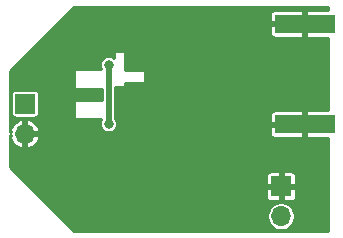
<source format=gbr>
G04 #@! TF.GenerationSoftware,KiCad,Pcbnew,(5.1.9)-1*
G04 #@! TF.CreationDate,2021-04-02T20:50:49-05:00*
G04 #@! TF.ProjectId,coax-probe,636f6178-2d70-4726-9f62-652e6b696361,rev?*
G04 #@! TF.SameCoordinates,Original*
G04 #@! TF.FileFunction,Copper,L2,Bot*
G04 #@! TF.FilePolarity,Positive*
%FSLAX46Y46*%
G04 Gerber Fmt 4.6, Leading zero omitted, Abs format (unit mm)*
G04 Created by KiCad (PCBNEW (5.1.9)-1) date 2021-04-02 20:50:49*
%MOMM*%
%LPD*%
G01*
G04 APERTURE LIST*
G04 #@! TA.AperFunction,SMDPad,CuDef*
%ADD10R,5.080000X1.500000*%
G04 #@! TD*
G04 #@! TA.AperFunction,ComponentPad*
%ADD11O,1.700000X1.700000*%
G04 #@! TD*
G04 #@! TA.AperFunction,ComponentPad*
%ADD12R,1.700000X1.700000*%
G04 #@! TD*
G04 #@! TA.AperFunction,ViaPad*
%ADD13C,0.600000*%
G04 #@! TD*
G04 #@! TA.AperFunction,ViaPad*
%ADD14C,0.800000*%
G04 #@! TD*
G04 #@! TA.AperFunction,Conductor*
%ADD15C,0.500000*%
G04 #@! TD*
G04 #@! TA.AperFunction,Conductor*
%ADD16C,0.254000*%
G04 #@! TD*
G04 #@! TA.AperFunction,Conductor*
%ADD17C,0.100000*%
G04 #@! TD*
G04 APERTURE END LIST*
D10*
X182500000Y-51950000D03*
X182500000Y-60450000D03*
D11*
X180500000Y-68240000D03*
D12*
X180500000Y-65700000D03*
D11*
X158800000Y-61240000D03*
D12*
X158800000Y-58700000D03*
D13*
X179400000Y-57100000D03*
X178500000Y-55300000D03*
X178500000Y-57100000D03*
X177700000Y-54600000D03*
X177500000Y-57100000D03*
X176700000Y-56400000D03*
X176900000Y-53900000D03*
X179400000Y-55300000D03*
X183400000Y-57600000D03*
X170400000Y-55700000D03*
X180100000Y-54800000D03*
X182300000Y-54800000D03*
X183400000Y-54800000D03*
X168400000Y-53700000D03*
X171300000Y-55700000D03*
D14*
X173825000Y-64800000D03*
X167965008Y-66434992D03*
D13*
X169500000Y-55700000D03*
X181200000Y-54800000D03*
X174000000Y-53900000D03*
X182300000Y-57600000D03*
D14*
X175100000Y-63900006D03*
D13*
X174900000Y-55700000D03*
X171300000Y-53900000D03*
X172200000Y-55700000D03*
X175900000Y-53900000D03*
X173100000Y-53900000D03*
X174900000Y-53900000D03*
X169500000Y-53900000D03*
X170400000Y-53900000D03*
D14*
X170000000Y-59400000D03*
D13*
X174000000Y-55700000D03*
X173100000Y-55700000D03*
X180100000Y-57600000D03*
X172200000Y-53900000D03*
D14*
X163600000Y-54400000D03*
D13*
X175900000Y-55700000D03*
X181200000Y-57600000D03*
D14*
X165899986Y-55400056D03*
X165900000Y-60420002D03*
D15*
X165899986Y-55400056D02*
X165899986Y-60419988D01*
D16*
X184473000Y-50771442D02*
X182733750Y-50773000D01*
X182627000Y-50879750D01*
X182627000Y-51823000D01*
X182647000Y-51823000D01*
X182647000Y-52077000D01*
X182627000Y-52077000D01*
X182627000Y-53020250D01*
X182733750Y-53127000D01*
X184473000Y-53128558D01*
X184473000Y-59271442D01*
X182733750Y-59273000D01*
X182627000Y-59379750D01*
X182627000Y-60323000D01*
X182647000Y-60323000D01*
X182647000Y-60577000D01*
X182627000Y-60577000D01*
X182627000Y-61520250D01*
X182733750Y-61627000D01*
X184473000Y-61628558D01*
X184473000Y-69473000D01*
X162952606Y-69473000D01*
X161603682Y-68124076D01*
X179323000Y-68124076D01*
X179323000Y-68355924D01*
X179368231Y-68583318D01*
X179456956Y-68797519D01*
X179585764Y-68990294D01*
X179749706Y-69154236D01*
X179942481Y-69283044D01*
X180156682Y-69371769D01*
X180384076Y-69417000D01*
X180615924Y-69417000D01*
X180843318Y-69371769D01*
X181057519Y-69283044D01*
X181250294Y-69154236D01*
X181414236Y-68990294D01*
X181543044Y-68797519D01*
X181631769Y-68583318D01*
X181677000Y-68355924D01*
X181677000Y-68124076D01*
X181631769Y-67896682D01*
X181543044Y-67682481D01*
X181414236Y-67489706D01*
X181250294Y-67325764D01*
X181057519Y-67196956D01*
X180843318Y-67108231D01*
X180615924Y-67063000D01*
X180384076Y-67063000D01*
X180156682Y-67108231D01*
X179942481Y-67196956D01*
X179749706Y-67325764D01*
X179585764Y-67489706D01*
X179456956Y-67682481D01*
X179368231Y-67896682D01*
X179323000Y-68124076D01*
X161603682Y-68124076D01*
X160029606Y-66550000D01*
X179220934Y-66550000D01*
X179229178Y-66633707D01*
X179253595Y-66714196D01*
X179293245Y-66788376D01*
X179346605Y-66853395D01*
X179411624Y-66906755D01*
X179485804Y-66946405D01*
X179566293Y-66970822D01*
X179650000Y-66979066D01*
X180266250Y-66977000D01*
X180373000Y-66870250D01*
X180373000Y-65827000D01*
X180627000Y-65827000D01*
X180627000Y-66870250D01*
X180733750Y-66977000D01*
X181350000Y-66979066D01*
X181433707Y-66970822D01*
X181514196Y-66946405D01*
X181588376Y-66906755D01*
X181653395Y-66853395D01*
X181706755Y-66788376D01*
X181746405Y-66714196D01*
X181770822Y-66633707D01*
X181779066Y-66550000D01*
X181777000Y-65933750D01*
X181670250Y-65827000D01*
X180627000Y-65827000D01*
X180373000Y-65827000D01*
X179329750Y-65827000D01*
X179223000Y-65933750D01*
X179220934Y-66550000D01*
X160029606Y-66550000D01*
X158329606Y-64850000D01*
X179220934Y-64850000D01*
X179223000Y-65466250D01*
X179329750Y-65573000D01*
X180373000Y-65573000D01*
X180373000Y-64529750D01*
X180627000Y-64529750D01*
X180627000Y-65573000D01*
X181670250Y-65573000D01*
X181777000Y-65466250D01*
X181779066Y-64850000D01*
X181770822Y-64766293D01*
X181746405Y-64685804D01*
X181706755Y-64611624D01*
X181653395Y-64546605D01*
X181588376Y-64493245D01*
X181514196Y-64453595D01*
X181433707Y-64429178D01*
X181350000Y-64420934D01*
X180733750Y-64423000D01*
X180627000Y-64529750D01*
X180373000Y-64529750D01*
X180266250Y-64423000D01*
X179650000Y-64420934D01*
X179566293Y-64429178D01*
X179485804Y-64453595D01*
X179411624Y-64493245D01*
X179346605Y-64546605D01*
X179293245Y-64611624D01*
X179253595Y-64685804D01*
X179229178Y-64766293D01*
X179220934Y-64850000D01*
X158329606Y-64850000D01*
X157527000Y-64047394D01*
X157527000Y-61367002D01*
X157636661Y-61367002D01*
X157564842Y-61564213D01*
X157592875Y-61656646D01*
X157697353Y-61884139D01*
X157844205Y-62086878D01*
X158027788Y-62257072D01*
X158241047Y-62388180D01*
X158475786Y-62475164D01*
X158673000Y-62403925D01*
X158673000Y-61367000D01*
X158927000Y-61367000D01*
X158927000Y-62403925D01*
X159124214Y-62475164D01*
X159358953Y-62388180D01*
X159572212Y-62257072D01*
X159755795Y-62086878D01*
X159902647Y-61884139D01*
X160007125Y-61656646D01*
X160035158Y-61564213D01*
X159963338Y-61367000D01*
X158927000Y-61367000D01*
X158673000Y-61367000D01*
X158653000Y-61367000D01*
X158653000Y-61200000D01*
X179530934Y-61200000D01*
X179539178Y-61283707D01*
X179563595Y-61364196D01*
X179603245Y-61438376D01*
X179656605Y-61503395D01*
X179721624Y-61556755D01*
X179795804Y-61596405D01*
X179876293Y-61620822D01*
X179960000Y-61629066D01*
X182266250Y-61627000D01*
X182373000Y-61520250D01*
X182373000Y-60577000D01*
X179639750Y-60577000D01*
X179533000Y-60683750D01*
X179530934Y-61200000D01*
X158653000Y-61200000D01*
X158653000Y-61113000D01*
X158673000Y-61113000D01*
X158673000Y-60076075D01*
X158927000Y-60076075D01*
X158927000Y-61113000D01*
X159963338Y-61113000D01*
X160035158Y-60915787D01*
X160007125Y-60823354D01*
X159902647Y-60595861D01*
X159755795Y-60393122D01*
X159572212Y-60222928D01*
X159358953Y-60091820D01*
X159124214Y-60004836D01*
X158927000Y-60076075D01*
X158673000Y-60076075D01*
X158475786Y-60004836D01*
X158241047Y-60091820D01*
X158027788Y-60222928D01*
X157844205Y-60393122D01*
X157697353Y-60595861D01*
X157592875Y-60823354D01*
X157564842Y-60915787D01*
X157636661Y-61112998D01*
X157527000Y-61112998D01*
X157527000Y-57850000D01*
X157621418Y-57850000D01*
X157621418Y-59550000D01*
X157627732Y-59614103D01*
X157646430Y-59675743D01*
X157676794Y-59732550D01*
X157717657Y-59782343D01*
X157767450Y-59823206D01*
X157824257Y-59853570D01*
X157885897Y-59872268D01*
X157950000Y-59878582D01*
X159650000Y-59878582D01*
X159714103Y-59872268D01*
X159775743Y-59853570D01*
X159832550Y-59823206D01*
X159882343Y-59782343D01*
X159923206Y-59732550D01*
X159953570Y-59675743D01*
X159972268Y-59614103D01*
X159978582Y-59550000D01*
X159978582Y-57850000D01*
X159972268Y-57785897D01*
X159953570Y-57724257D01*
X159923206Y-57667450D01*
X159882343Y-57617657D01*
X159832550Y-57576794D01*
X159775743Y-57546430D01*
X159714103Y-57527732D01*
X159650000Y-57521418D01*
X157950000Y-57521418D01*
X157885897Y-57527732D01*
X157824257Y-57546430D01*
X157767450Y-57576794D01*
X157717657Y-57617657D01*
X157676794Y-57667450D01*
X157646430Y-57724257D01*
X157627732Y-57785897D01*
X157621418Y-57850000D01*
X157527000Y-57850000D01*
X157527000Y-55952606D01*
X157579606Y-55900000D01*
X162973000Y-55900000D01*
X162973000Y-57300000D01*
X162975440Y-57324776D01*
X162982667Y-57348601D01*
X162994403Y-57370557D01*
X163010197Y-57389803D01*
X163029443Y-57405597D01*
X163051399Y-57417333D01*
X163075224Y-57424560D01*
X163100000Y-57427000D01*
X165322986Y-57427000D01*
X165322987Y-58373000D01*
X163100000Y-58373000D01*
X163075224Y-58375440D01*
X163051399Y-58382667D01*
X163029443Y-58394403D01*
X163010197Y-58410197D01*
X162994403Y-58429443D01*
X162982667Y-58451399D01*
X162975440Y-58475224D01*
X162973000Y-58500000D01*
X162973000Y-59900000D01*
X162975440Y-59924776D01*
X162982667Y-59948601D01*
X162994403Y-59970557D01*
X163010197Y-59989803D01*
X163029443Y-60005597D01*
X163051399Y-60017333D01*
X163075224Y-60024560D01*
X163100000Y-60027000D01*
X165288240Y-60027000D01*
X165255741Y-60075638D01*
X165200938Y-60207944D01*
X165173000Y-60348399D01*
X165173000Y-60491605D01*
X165200938Y-60632060D01*
X165255741Y-60764366D01*
X165335302Y-60883438D01*
X165436564Y-60984700D01*
X165555636Y-61064261D01*
X165687942Y-61119064D01*
X165828397Y-61147002D01*
X165971603Y-61147002D01*
X166112058Y-61119064D01*
X166244364Y-61064261D01*
X166363436Y-60984700D01*
X166464698Y-60883438D01*
X166544259Y-60764366D01*
X166599062Y-60632060D01*
X166627000Y-60491605D01*
X166627000Y-60348399D01*
X166599062Y-60207944D01*
X166544259Y-60075638D01*
X166476986Y-59974956D01*
X166476986Y-59700000D01*
X179530934Y-59700000D01*
X179533000Y-60216250D01*
X179639750Y-60323000D01*
X182373000Y-60323000D01*
X182373000Y-59379750D01*
X182266250Y-59273000D01*
X179960000Y-59270934D01*
X179876293Y-59279178D01*
X179795804Y-59303595D01*
X179721624Y-59343245D01*
X179656605Y-59396605D01*
X179603245Y-59461624D01*
X179563595Y-59535804D01*
X179539178Y-59616293D01*
X179530934Y-59700000D01*
X166476986Y-59700000D01*
X166476986Y-57324734D01*
X166500000Y-57327000D01*
X167200000Y-57327000D01*
X167224776Y-57324560D01*
X167248601Y-57317333D01*
X167270557Y-57305597D01*
X167289803Y-57289803D01*
X167305597Y-57270557D01*
X167317333Y-57248601D01*
X167324560Y-57224776D01*
X167327000Y-57200000D01*
X167327000Y-56927000D01*
X168900000Y-56927000D01*
X168924776Y-56924560D01*
X168948601Y-56917333D01*
X168970557Y-56905597D01*
X168989803Y-56889803D01*
X169005597Y-56870557D01*
X169017333Y-56848601D01*
X169024560Y-56824776D01*
X169027000Y-56800000D01*
X169027000Y-56000000D01*
X169024560Y-55975224D01*
X169017333Y-55951399D01*
X169005597Y-55929443D01*
X168989803Y-55910197D01*
X168970557Y-55894403D01*
X168948601Y-55882667D01*
X168924776Y-55875440D01*
X168900000Y-55873000D01*
X167327000Y-55873000D01*
X167327000Y-54400000D01*
X167324560Y-54375224D01*
X167317333Y-54351399D01*
X167305597Y-54329443D01*
X167289803Y-54310197D01*
X167270557Y-54294403D01*
X167248601Y-54282667D01*
X167224776Y-54275440D01*
X167200000Y-54273000D01*
X166500000Y-54273000D01*
X166475224Y-54275440D01*
X166451399Y-54282667D01*
X166429443Y-54294403D01*
X166410197Y-54310197D01*
X166394403Y-54329443D01*
X166382667Y-54351399D01*
X166375440Y-54375224D01*
X166373000Y-54400000D01*
X166373000Y-54844936D01*
X166363422Y-54835358D01*
X166244350Y-54755797D01*
X166112044Y-54700994D01*
X165971589Y-54673056D01*
X165828383Y-54673056D01*
X165687928Y-54700994D01*
X165555622Y-54755797D01*
X165436550Y-54835358D01*
X165335288Y-54936620D01*
X165255727Y-55055692D01*
X165200924Y-55187998D01*
X165172986Y-55328453D01*
X165172986Y-55471659D01*
X165200924Y-55612114D01*
X165255727Y-55744420D01*
X165274823Y-55773000D01*
X163100000Y-55773000D01*
X163075224Y-55775440D01*
X163051399Y-55782667D01*
X163029443Y-55794403D01*
X163010197Y-55810197D01*
X162994403Y-55829443D01*
X162982667Y-55851399D01*
X162975440Y-55875224D01*
X162973000Y-55900000D01*
X157579606Y-55900000D01*
X160779606Y-52700000D01*
X179530934Y-52700000D01*
X179539178Y-52783707D01*
X179563595Y-52864196D01*
X179603245Y-52938376D01*
X179656605Y-53003395D01*
X179721624Y-53056755D01*
X179795804Y-53096405D01*
X179876293Y-53120822D01*
X179960000Y-53129066D01*
X182266250Y-53127000D01*
X182373000Y-53020250D01*
X182373000Y-52077000D01*
X179639750Y-52077000D01*
X179533000Y-52183750D01*
X179530934Y-52700000D01*
X160779606Y-52700000D01*
X162279606Y-51200000D01*
X179530934Y-51200000D01*
X179533000Y-51716250D01*
X179639750Y-51823000D01*
X182373000Y-51823000D01*
X182373000Y-50879750D01*
X182266250Y-50773000D01*
X179960000Y-50770934D01*
X179876293Y-50779178D01*
X179795804Y-50803595D01*
X179721624Y-50843245D01*
X179656605Y-50896605D01*
X179603245Y-50961624D01*
X179563595Y-51035804D01*
X179539178Y-51116293D01*
X179530934Y-51200000D01*
X162279606Y-51200000D01*
X162952606Y-50527000D01*
X184473000Y-50527000D01*
X184473000Y-50771442D01*
G04 #@! TA.AperFunction,Conductor*
D17*
G36*
X184473000Y-50771442D02*
G01*
X182733750Y-50773000D01*
X182627000Y-50879750D01*
X182627000Y-51823000D01*
X182647000Y-51823000D01*
X182647000Y-52077000D01*
X182627000Y-52077000D01*
X182627000Y-53020250D01*
X182733750Y-53127000D01*
X184473000Y-53128558D01*
X184473000Y-59271442D01*
X182733750Y-59273000D01*
X182627000Y-59379750D01*
X182627000Y-60323000D01*
X182647000Y-60323000D01*
X182647000Y-60577000D01*
X182627000Y-60577000D01*
X182627000Y-61520250D01*
X182733750Y-61627000D01*
X184473000Y-61628558D01*
X184473000Y-69473000D01*
X162952606Y-69473000D01*
X161603682Y-68124076D01*
X179323000Y-68124076D01*
X179323000Y-68355924D01*
X179368231Y-68583318D01*
X179456956Y-68797519D01*
X179585764Y-68990294D01*
X179749706Y-69154236D01*
X179942481Y-69283044D01*
X180156682Y-69371769D01*
X180384076Y-69417000D01*
X180615924Y-69417000D01*
X180843318Y-69371769D01*
X181057519Y-69283044D01*
X181250294Y-69154236D01*
X181414236Y-68990294D01*
X181543044Y-68797519D01*
X181631769Y-68583318D01*
X181677000Y-68355924D01*
X181677000Y-68124076D01*
X181631769Y-67896682D01*
X181543044Y-67682481D01*
X181414236Y-67489706D01*
X181250294Y-67325764D01*
X181057519Y-67196956D01*
X180843318Y-67108231D01*
X180615924Y-67063000D01*
X180384076Y-67063000D01*
X180156682Y-67108231D01*
X179942481Y-67196956D01*
X179749706Y-67325764D01*
X179585764Y-67489706D01*
X179456956Y-67682481D01*
X179368231Y-67896682D01*
X179323000Y-68124076D01*
X161603682Y-68124076D01*
X160029606Y-66550000D01*
X179220934Y-66550000D01*
X179229178Y-66633707D01*
X179253595Y-66714196D01*
X179293245Y-66788376D01*
X179346605Y-66853395D01*
X179411624Y-66906755D01*
X179485804Y-66946405D01*
X179566293Y-66970822D01*
X179650000Y-66979066D01*
X180266250Y-66977000D01*
X180373000Y-66870250D01*
X180373000Y-65827000D01*
X180627000Y-65827000D01*
X180627000Y-66870250D01*
X180733750Y-66977000D01*
X181350000Y-66979066D01*
X181433707Y-66970822D01*
X181514196Y-66946405D01*
X181588376Y-66906755D01*
X181653395Y-66853395D01*
X181706755Y-66788376D01*
X181746405Y-66714196D01*
X181770822Y-66633707D01*
X181779066Y-66550000D01*
X181777000Y-65933750D01*
X181670250Y-65827000D01*
X180627000Y-65827000D01*
X180373000Y-65827000D01*
X179329750Y-65827000D01*
X179223000Y-65933750D01*
X179220934Y-66550000D01*
X160029606Y-66550000D01*
X158329606Y-64850000D01*
X179220934Y-64850000D01*
X179223000Y-65466250D01*
X179329750Y-65573000D01*
X180373000Y-65573000D01*
X180373000Y-64529750D01*
X180627000Y-64529750D01*
X180627000Y-65573000D01*
X181670250Y-65573000D01*
X181777000Y-65466250D01*
X181779066Y-64850000D01*
X181770822Y-64766293D01*
X181746405Y-64685804D01*
X181706755Y-64611624D01*
X181653395Y-64546605D01*
X181588376Y-64493245D01*
X181514196Y-64453595D01*
X181433707Y-64429178D01*
X181350000Y-64420934D01*
X180733750Y-64423000D01*
X180627000Y-64529750D01*
X180373000Y-64529750D01*
X180266250Y-64423000D01*
X179650000Y-64420934D01*
X179566293Y-64429178D01*
X179485804Y-64453595D01*
X179411624Y-64493245D01*
X179346605Y-64546605D01*
X179293245Y-64611624D01*
X179253595Y-64685804D01*
X179229178Y-64766293D01*
X179220934Y-64850000D01*
X158329606Y-64850000D01*
X157527000Y-64047394D01*
X157527000Y-61367002D01*
X157636661Y-61367002D01*
X157564842Y-61564213D01*
X157592875Y-61656646D01*
X157697353Y-61884139D01*
X157844205Y-62086878D01*
X158027788Y-62257072D01*
X158241047Y-62388180D01*
X158475786Y-62475164D01*
X158673000Y-62403925D01*
X158673000Y-61367000D01*
X158927000Y-61367000D01*
X158927000Y-62403925D01*
X159124214Y-62475164D01*
X159358953Y-62388180D01*
X159572212Y-62257072D01*
X159755795Y-62086878D01*
X159902647Y-61884139D01*
X160007125Y-61656646D01*
X160035158Y-61564213D01*
X159963338Y-61367000D01*
X158927000Y-61367000D01*
X158673000Y-61367000D01*
X158653000Y-61367000D01*
X158653000Y-61200000D01*
X179530934Y-61200000D01*
X179539178Y-61283707D01*
X179563595Y-61364196D01*
X179603245Y-61438376D01*
X179656605Y-61503395D01*
X179721624Y-61556755D01*
X179795804Y-61596405D01*
X179876293Y-61620822D01*
X179960000Y-61629066D01*
X182266250Y-61627000D01*
X182373000Y-61520250D01*
X182373000Y-60577000D01*
X179639750Y-60577000D01*
X179533000Y-60683750D01*
X179530934Y-61200000D01*
X158653000Y-61200000D01*
X158653000Y-61113000D01*
X158673000Y-61113000D01*
X158673000Y-60076075D01*
X158927000Y-60076075D01*
X158927000Y-61113000D01*
X159963338Y-61113000D01*
X160035158Y-60915787D01*
X160007125Y-60823354D01*
X159902647Y-60595861D01*
X159755795Y-60393122D01*
X159572212Y-60222928D01*
X159358953Y-60091820D01*
X159124214Y-60004836D01*
X158927000Y-60076075D01*
X158673000Y-60076075D01*
X158475786Y-60004836D01*
X158241047Y-60091820D01*
X158027788Y-60222928D01*
X157844205Y-60393122D01*
X157697353Y-60595861D01*
X157592875Y-60823354D01*
X157564842Y-60915787D01*
X157636661Y-61112998D01*
X157527000Y-61112998D01*
X157527000Y-57850000D01*
X157621418Y-57850000D01*
X157621418Y-59550000D01*
X157627732Y-59614103D01*
X157646430Y-59675743D01*
X157676794Y-59732550D01*
X157717657Y-59782343D01*
X157767450Y-59823206D01*
X157824257Y-59853570D01*
X157885897Y-59872268D01*
X157950000Y-59878582D01*
X159650000Y-59878582D01*
X159714103Y-59872268D01*
X159775743Y-59853570D01*
X159832550Y-59823206D01*
X159882343Y-59782343D01*
X159923206Y-59732550D01*
X159953570Y-59675743D01*
X159972268Y-59614103D01*
X159978582Y-59550000D01*
X159978582Y-57850000D01*
X159972268Y-57785897D01*
X159953570Y-57724257D01*
X159923206Y-57667450D01*
X159882343Y-57617657D01*
X159832550Y-57576794D01*
X159775743Y-57546430D01*
X159714103Y-57527732D01*
X159650000Y-57521418D01*
X157950000Y-57521418D01*
X157885897Y-57527732D01*
X157824257Y-57546430D01*
X157767450Y-57576794D01*
X157717657Y-57617657D01*
X157676794Y-57667450D01*
X157646430Y-57724257D01*
X157627732Y-57785897D01*
X157621418Y-57850000D01*
X157527000Y-57850000D01*
X157527000Y-55952606D01*
X157579606Y-55900000D01*
X162973000Y-55900000D01*
X162973000Y-57300000D01*
X162975440Y-57324776D01*
X162982667Y-57348601D01*
X162994403Y-57370557D01*
X163010197Y-57389803D01*
X163029443Y-57405597D01*
X163051399Y-57417333D01*
X163075224Y-57424560D01*
X163100000Y-57427000D01*
X165322986Y-57427000D01*
X165322987Y-58373000D01*
X163100000Y-58373000D01*
X163075224Y-58375440D01*
X163051399Y-58382667D01*
X163029443Y-58394403D01*
X163010197Y-58410197D01*
X162994403Y-58429443D01*
X162982667Y-58451399D01*
X162975440Y-58475224D01*
X162973000Y-58500000D01*
X162973000Y-59900000D01*
X162975440Y-59924776D01*
X162982667Y-59948601D01*
X162994403Y-59970557D01*
X163010197Y-59989803D01*
X163029443Y-60005597D01*
X163051399Y-60017333D01*
X163075224Y-60024560D01*
X163100000Y-60027000D01*
X165288240Y-60027000D01*
X165255741Y-60075638D01*
X165200938Y-60207944D01*
X165173000Y-60348399D01*
X165173000Y-60491605D01*
X165200938Y-60632060D01*
X165255741Y-60764366D01*
X165335302Y-60883438D01*
X165436564Y-60984700D01*
X165555636Y-61064261D01*
X165687942Y-61119064D01*
X165828397Y-61147002D01*
X165971603Y-61147002D01*
X166112058Y-61119064D01*
X166244364Y-61064261D01*
X166363436Y-60984700D01*
X166464698Y-60883438D01*
X166544259Y-60764366D01*
X166599062Y-60632060D01*
X166627000Y-60491605D01*
X166627000Y-60348399D01*
X166599062Y-60207944D01*
X166544259Y-60075638D01*
X166476986Y-59974956D01*
X166476986Y-59700000D01*
X179530934Y-59700000D01*
X179533000Y-60216250D01*
X179639750Y-60323000D01*
X182373000Y-60323000D01*
X182373000Y-59379750D01*
X182266250Y-59273000D01*
X179960000Y-59270934D01*
X179876293Y-59279178D01*
X179795804Y-59303595D01*
X179721624Y-59343245D01*
X179656605Y-59396605D01*
X179603245Y-59461624D01*
X179563595Y-59535804D01*
X179539178Y-59616293D01*
X179530934Y-59700000D01*
X166476986Y-59700000D01*
X166476986Y-57324734D01*
X166500000Y-57327000D01*
X167200000Y-57327000D01*
X167224776Y-57324560D01*
X167248601Y-57317333D01*
X167270557Y-57305597D01*
X167289803Y-57289803D01*
X167305597Y-57270557D01*
X167317333Y-57248601D01*
X167324560Y-57224776D01*
X167327000Y-57200000D01*
X167327000Y-56927000D01*
X168900000Y-56927000D01*
X168924776Y-56924560D01*
X168948601Y-56917333D01*
X168970557Y-56905597D01*
X168989803Y-56889803D01*
X169005597Y-56870557D01*
X169017333Y-56848601D01*
X169024560Y-56824776D01*
X169027000Y-56800000D01*
X169027000Y-56000000D01*
X169024560Y-55975224D01*
X169017333Y-55951399D01*
X169005597Y-55929443D01*
X168989803Y-55910197D01*
X168970557Y-55894403D01*
X168948601Y-55882667D01*
X168924776Y-55875440D01*
X168900000Y-55873000D01*
X167327000Y-55873000D01*
X167327000Y-54400000D01*
X167324560Y-54375224D01*
X167317333Y-54351399D01*
X167305597Y-54329443D01*
X167289803Y-54310197D01*
X167270557Y-54294403D01*
X167248601Y-54282667D01*
X167224776Y-54275440D01*
X167200000Y-54273000D01*
X166500000Y-54273000D01*
X166475224Y-54275440D01*
X166451399Y-54282667D01*
X166429443Y-54294403D01*
X166410197Y-54310197D01*
X166394403Y-54329443D01*
X166382667Y-54351399D01*
X166375440Y-54375224D01*
X166373000Y-54400000D01*
X166373000Y-54844936D01*
X166363422Y-54835358D01*
X166244350Y-54755797D01*
X166112044Y-54700994D01*
X165971589Y-54673056D01*
X165828383Y-54673056D01*
X165687928Y-54700994D01*
X165555622Y-54755797D01*
X165436550Y-54835358D01*
X165335288Y-54936620D01*
X165255727Y-55055692D01*
X165200924Y-55187998D01*
X165172986Y-55328453D01*
X165172986Y-55471659D01*
X165200924Y-55612114D01*
X165255727Y-55744420D01*
X165274823Y-55773000D01*
X163100000Y-55773000D01*
X163075224Y-55775440D01*
X163051399Y-55782667D01*
X163029443Y-55794403D01*
X163010197Y-55810197D01*
X162994403Y-55829443D01*
X162982667Y-55851399D01*
X162975440Y-55875224D01*
X162973000Y-55900000D01*
X157579606Y-55900000D01*
X160779606Y-52700000D01*
X179530934Y-52700000D01*
X179539178Y-52783707D01*
X179563595Y-52864196D01*
X179603245Y-52938376D01*
X179656605Y-53003395D01*
X179721624Y-53056755D01*
X179795804Y-53096405D01*
X179876293Y-53120822D01*
X179960000Y-53129066D01*
X182266250Y-53127000D01*
X182373000Y-53020250D01*
X182373000Y-52077000D01*
X179639750Y-52077000D01*
X179533000Y-52183750D01*
X179530934Y-52700000D01*
X160779606Y-52700000D01*
X162279606Y-51200000D01*
X179530934Y-51200000D01*
X179533000Y-51716250D01*
X179639750Y-51823000D01*
X182373000Y-51823000D01*
X182373000Y-50879750D01*
X182266250Y-50773000D01*
X179960000Y-50770934D01*
X179876293Y-50779178D01*
X179795804Y-50803595D01*
X179721624Y-50843245D01*
X179656605Y-50896605D01*
X179603245Y-50961624D01*
X179563595Y-51035804D01*
X179539178Y-51116293D01*
X179530934Y-51200000D01*
X162279606Y-51200000D01*
X162952606Y-50527000D01*
X184473000Y-50527000D01*
X184473000Y-50771442D01*
G37*
G04 #@! TD.AperFunction*
M02*

</source>
